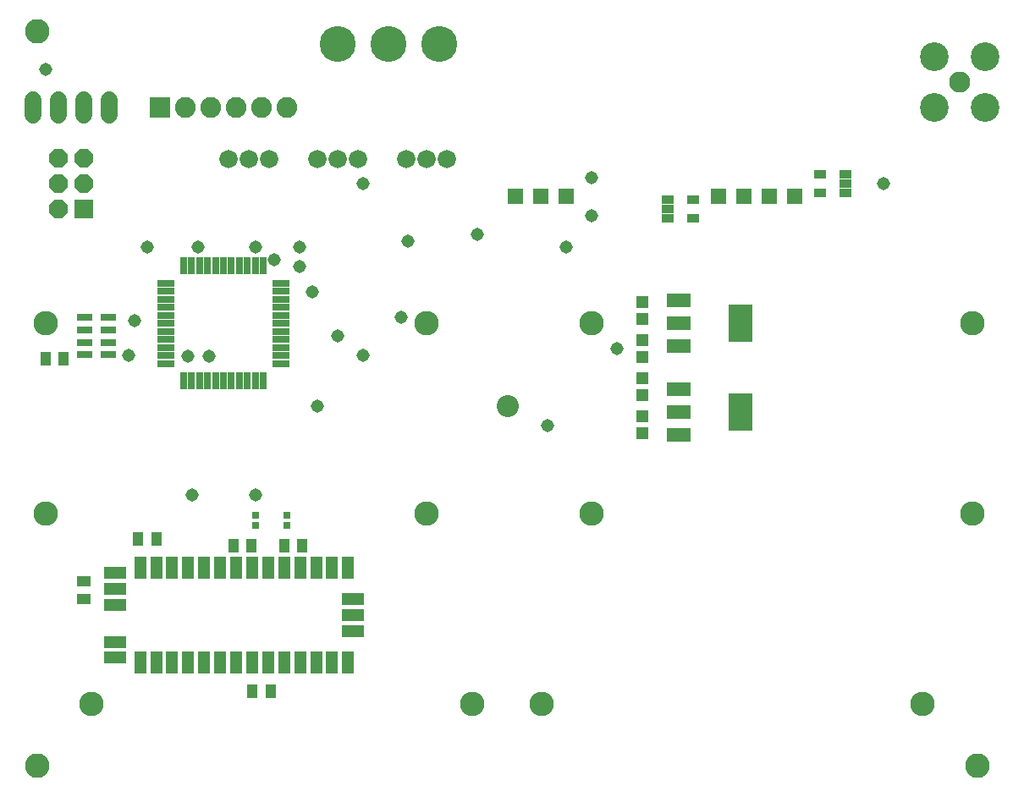
<source format=gbs>
G75*
%MOIN*%
%OFA0B0*%
%FSLAX25Y25*%
%IPPOS*%
%LPD*%
%AMOC8*
5,1,8,0,0,1.08239X$1,22.5*
%
%ADD10C,0.09700*%
%ADD11C,0.08674*%
%ADD12R,0.02965X0.06902*%
%ADD13R,0.06902X0.02965*%
%ADD14R,0.05918X0.03162*%
%ADD15R,0.04737X0.08674*%
%ADD16R,0.08674X0.04737*%
%ADD17C,0.09658*%
%ADD18R,0.07200X0.07200*%
%ADD19OC8,0.07200*%
%ADD20R,0.03950X0.05524*%
%ADD21R,0.05524X0.03950*%
%ADD22R,0.02769X0.02769*%
%ADD23R,0.06350X0.06350*%
%ADD24C,0.08300*%
%ADD25C,0.11300*%
%ADD26R,0.04698X0.03517*%
%ADD27C,0.06800*%
%ADD28C,0.07200*%
%ADD29R,0.09461X0.05524*%
%ADD30R,0.09461X0.14580*%
%ADD31R,0.04737X0.05131*%
%ADD32R,0.08200X0.08200*%
%ADD33C,0.08200*%
%ADD34C,0.14150*%
%ADD35C,0.05162*%
D10*
X0034180Y0019248D03*
X0404259Y0019248D03*
X0034180Y0308618D03*
D11*
X0219219Y0160980D03*
D12*
X0123117Y0170862D03*
X0119967Y0170862D03*
X0116818Y0170862D03*
X0113668Y0170862D03*
X0110519Y0170862D03*
X0107369Y0170862D03*
X0104219Y0170862D03*
X0101070Y0170862D03*
X0097920Y0170862D03*
X0094771Y0170862D03*
X0091621Y0170862D03*
X0091621Y0216138D03*
X0094771Y0216138D03*
X0097920Y0216138D03*
X0101070Y0216138D03*
X0104219Y0216138D03*
X0107369Y0216138D03*
X0110519Y0216138D03*
X0113668Y0216138D03*
X0116818Y0216138D03*
X0119967Y0216138D03*
X0123117Y0216138D03*
D13*
X0130007Y0209248D03*
X0130007Y0206098D03*
X0130007Y0202949D03*
X0130007Y0199799D03*
X0130007Y0196650D03*
X0130007Y0193500D03*
X0130007Y0190350D03*
X0130007Y0187201D03*
X0130007Y0184051D03*
X0130007Y0180902D03*
X0130007Y0177752D03*
X0084731Y0177752D03*
X0084731Y0180902D03*
X0084731Y0184051D03*
X0084731Y0187201D03*
X0084731Y0190350D03*
X0084731Y0193500D03*
X0084731Y0196650D03*
X0084731Y0199799D03*
X0084731Y0202949D03*
X0084731Y0206098D03*
X0084731Y0209248D03*
D14*
X0062093Y0195882D03*
X0062093Y0190961D03*
X0062093Y0186039D03*
X0062093Y0181118D03*
X0052645Y0181118D03*
X0052645Y0186039D03*
X0052645Y0190961D03*
X0052645Y0195882D03*
D15*
X0074574Y0097201D03*
X0080873Y0097201D03*
X0087172Y0097201D03*
X0093471Y0097201D03*
X0099771Y0097201D03*
X0106070Y0097201D03*
X0112369Y0097201D03*
X0118668Y0097201D03*
X0124967Y0097201D03*
X0131267Y0097201D03*
X0137566Y0097201D03*
X0143865Y0097201D03*
X0150164Y0097201D03*
X0156463Y0097201D03*
X0156463Y0059799D03*
X0150164Y0059799D03*
X0143865Y0059799D03*
X0137566Y0059799D03*
X0131267Y0059799D03*
X0124967Y0059799D03*
X0118668Y0059799D03*
X0112369Y0059799D03*
X0106070Y0059799D03*
X0099771Y0059799D03*
X0093471Y0059799D03*
X0087172Y0059799D03*
X0080873Y0059799D03*
X0074574Y0059799D03*
D16*
X0064731Y0061768D03*
X0064731Y0068067D03*
X0064731Y0082634D03*
X0064731Y0088933D03*
X0064731Y0095232D03*
X0158432Y0084799D03*
X0158432Y0078500D03*
X0158432Y0072201D03*
D17*
X0205479Y0043500D03*
X0232684Y0043500D03*
X0252369Y0118500D03*
X0187369Y0118500D03*
X0187369Y0193500D03*
X0252369Y0193500D03*
X0402369Y0193500D03*
X0402369Y0118500D03*
X0382684Y0043500D03*
X0055479Y0043500D03*
X0037369Y0118500D03*
X0037369Y0193500D03*
D18*
X0052369Y0238500D03*
D19*
X0042369Y0238500D03*
X0042369Y0248500D03*
X0052369Y0248500D03*
X0052369Y0258500D03*
X0042369Y0258500D03*
D20*
X0044475Y0179563D03*
X0037389Y0179563D03*
X0073826Y0108500D03*
X0080912Y0108500D03*
X0111326Y0106000D03*
X0118412Y0106000D03*
X0131326Y0106000D03*
X0138412Y0106000D03*
X0125912Y0048500D03*
X0118826Y0048500D03*
D21*
X0052369Y0084957D03*
X0052369Y0092043D03*
D22*
X0119869Y0114000D03*
X0119869Y0118000D03*
X0132369Y0118000D03*
X0132369Y0114000D03*
D23*
X0222369Y0243500D03*
X0232369Y0243500D03*
X0242369Y0243500D03*
X0302369Y0243500D03*
X0312369Y0243500D03*
X0322369Y0243500D03*
X0332369Y0243500D03*
D24*
X0397369Y0288500D03*
D25*
X0407408Y0278461D03*
X0387330Y0278461D03*
X0387330Y0298539D03*
X0407408Y0298539D03*
D26*
X0352448Y0252240D03*
X0352448Y0248500D03*
X0352448Y0244760D03*
X0342251Y0244760D03*
X0342251Y0252240D03*
X0292487Y0242240D03*
X0282290Y0242240D03*
X0282290Y0238500D03*
X0282290Y0234760D03*
X0292487Y0234760D03*
D27*
X0062369Y0275500D02*
X0062369Y0281500D01*
X0052369Y0281500D02*
X0052369Y0275500D01*
X0042369Y0275500D02*
X0042369Y0281500D01*
X0032369Y0281500D02*
X0032369Y0275500D01*
D28*
X0109495Y0258185D03*
X0117369Y0258185D03*
X0125243Y0258185D03*
X0144495Y0258185D03*
X0152369Y0258185D03*
X0160243Y0258185D03*
X0179495Y0258185D03*
X0187369Y0258185D03*
X0195243Y0258185D03*
D29*
X0286700Y0202555D03*
X0286700Y0193500D03*
X0286700Y0184445D03*
X0286700Y0167555D03*
X0286700Y0158500D03*
X0286700Y0149445D03*
D30*
X0311109Y0158500D03*
X0311109Y0193500D03*
D31*
X0272369Y0195154D03*
X0272369Y0201846D03*
X0272369Y0186846D03*
X0272369Y0180154D03*
X0272369Y0171846D03*
X0272369Y0165154D03*
X0272369Y0156846D03*
X0272369Y0150154D03*
D32*
X0082369Y0278500D03*
D33*
X0092369Y0278500D03*
X0102369Y0278500D03*
X0112369Y0278500D03*
X0122369Y0278500D03*
X0132369Y0278500D03*
D34*
X0152369Y0303500D03*
X0172369Y0303500D03*
X0192369Y0303500D03*
D35*
X0162369Y0248500D03*
X0179869Y0226000D03*
X0207369Y0228500D03*
X0242369Y0223500D03*
X0252369Y0236000D03*
X0252369Y0251000D03*
X0177369Y0196000D03*
X0162369Y0181000D03*
X0152369Y0188500D03*
X0142369Y0206000D03*
X0137369Y0216000D03*
X0137369Y0223500D03*
X0127369Y0218500D03*
X0119869Y0223500D03*
X0097369Y0223500D03*
X0077369Y0223500D03*
X0072395Y0194465D03*
X0069869Y0181000D03*
X0093235Y0180665D03*
X0101701Y0180665D03*
X0144416Y0160980D03*
X0119869Y0126000D03*
X0094869Y0126000D03*
X0234967Y0153106D03*
X0262369Y0183500D03*
X0367369Y0248500D03*
X0037369Y0293500D03*
M02*

</source>
